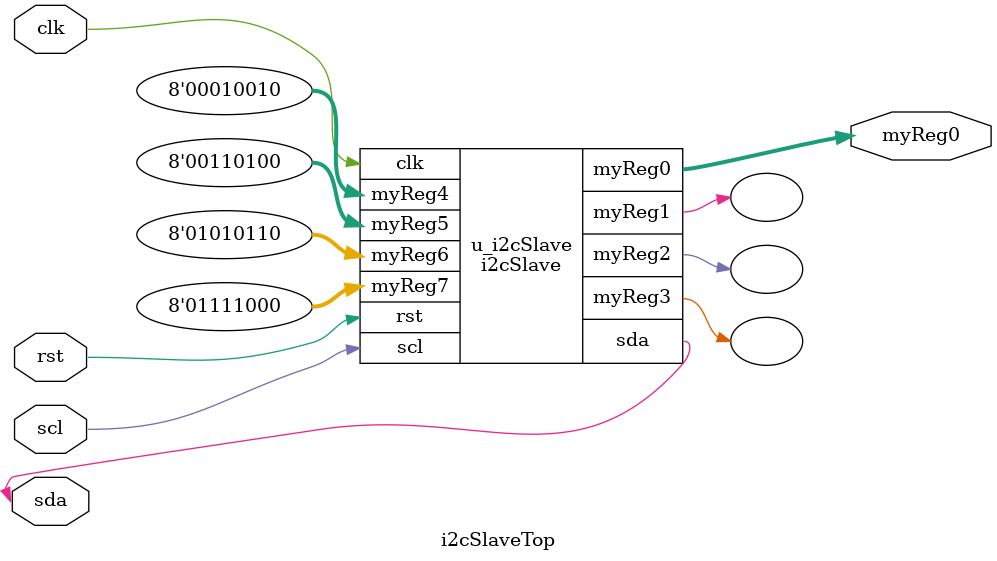
<source format=v>

`define STREAM_IDLE 2'b00
`define STREAM_READ 2'b01
`define STREAM_WRITE_ADDR 2'b10
`define STREAM_WRITE_DATA 2'b11

// start stop detection states
`define NULL_DET 2'b00
`define START_DET 2'b01
`define STOP_DET 2'b10

// i2c ack and nak
`define I2C_NAK 1'b1
`define I2C_ACK 1'b0

// ----------------------------------------------------------------
// ------------- modify constants below this line -----------------
// ----------------------------------------------------------------

// i2c device address
`define I2C_ADDRESS 7'h3c

// System clock frequency in MHz
// If you are using a clock frequency below 24MHz, then the macro
// for SDA_DEL_LEN will result in compile errors for i2cSlave.v
// you will need to hand tweak the SDA_DEL_LEN constant definition
`define CLK_FREQ 48

// Debounce SCL and SDA over this many clock ticks
// The rise time of SCL and SDA can be up to 1000nS (in standard mode)
// so it is essential to debounce the inputs.
// The spec requires 0.05V of hysteresis, but in practise
// simply debouncing the inputs is sufficient
// I2C spec requires suppresion of spikes of 
// maximum duration 50nS, so this debounce time should be greater than 50nS
// Also increases data hold time and decreases data setup time
// during an I2C read operation
// 10 ticks = 208nS @ 48MHz
`define DEB_I2C_LEN (10*`CLK_FREQ)/48

// Delay SCL for use as internal sampling clock
// Using delayed version of SCL to ensure that 
// SDA is stable when it is sampled.
// Not entirely citical, as according to I2C spec
// SDA should have a minimum of 100nS of set up time
// with respect to SCL rising edge. But with the very slow edge 
// speeds used in I2C it is better to err on the side of caution.
// This delay also has the effect of adding extra hold time to the data
// with respect to SCL falling edge. I2C spec requires 0nS of data hold time.
// 10 ticks = 208nS @ 48MHz
`define SCL_DEL_LEN (10*`CLK_FREQ)/48

// Delay SDA for use in start/stop detection
// Use delayed SDA during start/stop detection to avoid
// incorrect detection at SCL falling edge.
// From I2C spec start/stop setup is 600nS with respect to SCL rising edge
// and start/stop hold is 600nS wrt SCL falling edge.
// So it is relatively easy to discriminate start/stop,
// but data setup time is a minimum of 100nS with respect to SCL rising edge
// and 0nS hold wrt to SCL falling edge.
// So the tricky part is providing robust start/stop detection
// in the presence of regular data transitions.
// This delay time should be less than 100nS
// 4 ticks = 83nS @ 48MHz
`define SDA_DEL_LEN (4*`CLK_FREQ)/48


//////////////////////////////////////////////////////////////////////
////                                                              ////
//// registerInterface.v                                          ////
////                                                              ////
//// This file is part of the i2cSlave opencores effort.
//// <http://www.opencores.org/cores//>                           ////
////                                                              ////
//// Module Description:                                          ////
//// You will need to modify this file to implement your 
//// interface.
//// Add your control and status bytes/bits to module inputs and outputs,
//// and also to the I2C read and write process blocks  
////                                                              ////
//// To Do:                                                       ////
//// 
////                                                              ////
//// Author(s):                                                   ////
//// - Steve Fielding, sfielding@base2designs.com                 ////
////                                                              ////
//////////////////////////////////////////////////////////////////////
////                                                              ////
//// Copyright (C) 2008 Steve Fielding and OPENCORES.ORG          ////
////                                                              ////
//// This source file may be used and distributed without         ////
//// restriction provided that this copyright statement is not    ////
//// removed from the file and that any derivative work contains  ////
//// the original copyright notice and the associated disclaimer. ////
////                                                              ////
//// This source file is free software; you can redistribute it   ////
//// and/or modify it under the terms of the GNU Lesser General   ////
//// Public License as published by the Free Software Foundation; ////
//// either version 2.1 of the License, or (at your option) any   ////
//// later version.                                               ////
////                                                              ////
//// This source is distributed in the hope that it will be       ////
//// useful, but WITHOUT ANY WARRANTY; without even the implied   ////
//// warranty of MERCHANTABILITY or FITNESS FOR A PARTICULAR      ////
//// PURPOSE. See the GNU Lesser General Public License for more  ////
//// details.                                                     ////
////                                                              ////
//// You should have received a copy of the GNU Lesser General    ////
//// Public License along with this source; if not, download it   ////
//// from <http://www.opencores.org/lgpl.shtml>                   ////
////                                                              ////
//////////////////////////////////////////////////////////////////////
//

module registerInterface (
  clk,
  addr,
  dataIn,
  writeEn,
  dataOut,
  myReg0,
  myReg1,
  myReg2,
  myReg3,
  myReg4,
  myReg5,
  myReg6,
  myReg7

);
input clk;
input [7:0] addr;
input [7:0] dataIn;
input writeEn;
output [7:0] dataOut;
output [7:0] myReg0;
output [7:0] myReg1;
output [7:0] myReg2;
output [7:0] myReg3;
input [7:0] myReg4;
input [7:0] myReg5;
input [7:0] myReg6;
input [7:0] myReg7;

reg [7:0] dataOut;
reg [7:0] myReg0;
reg [7:0] myReg1;
reg [7:0] myReg2;
reg [7:0] myReg3;

// --- I2C Read
always @(posedge clk) begin
  case (addr)
    8'h00: dataOut <= myReg0;  
    8'h01: dataOut <= myReg1;  
    8'h02: dataOut <= myReg2;  
    8'h03: dataOut <= myReg3;  
    8'h04: dataOut <= myReg4;  
    8'h05: dataOut <= myReg5;  
    8'h06: dataOut <= myReg6;  
    8'h07: dataOut <= myReg7;  
    default: dataOut <= 8'h00;
  endcase
end

// --- I2C Write
always @(posedge clk) begin
  if (writeEn == 1'b1) begin
    case (addr)
      8'h00: myReg0 <= dataIn;  
      8'h01: myReg1 <= dataIn;
      8'h02: myReg2 <= dataIn;
      8'h03: myReg3 <= dataIn;
    endcase
  end
end

endmodule

//////////////////////////////////////////////////////////////////////
////                                                              ////
//// serialInterface.v                                                 ////
////                                                              ////
//// This file is part of the i2cSlave opencores effort.
//// <http://www.opencores.org/cores//>                           ////
////                                                              ////
//// Module Description:                                          ////
//// Perform all serial to parallel, and parallel
//// to serial conversions. Perform device address matching
//// Handle arbitrary length I2C reads terminated by NAK
//// from host, and arbitrary length I2C writes terminated
//// by STOP from host
//// The second byte of a I2C write is always interpreted
//// as a register address, and becomes the base register address
//// for all read and write transactions.
//// I2C WRITE:    devAddr, regAddr, data[regAddr], data[regAddr+1], ..... data[regAddr+N]
//// I2C READ:    data[regAddr], data[regAddr+1], ..... data[regAddr+N]
//// Note that when regAddR reaches 255 it will automatically wrap round to 0
////                                                              ////
//// To Do:                                                       ////
//// 
////                                                              ////
//// Author(s):                                                   ////
//// - Steve Fielding, sfielding@base2designs.com                 ////
////                                                              ////
//////////////////////////////////////////////////////////////////////
////                                                              ////
//// Copyright (C) 2008 Steve Fielding and OPENCORES.ORG          ////
////                                                              ////
//// This source file may be used and distributed without         ////
//// restriction provided that this copyright statement is not    ////
//// removed from the file and that any derivative work contains  ////
//// the original copyright notice and the associated disclaimer. ////
////                                                              ////
//// This source file is free software; you can redistribute it   ////
//// and/or modify it under the terms of the GNU Lesser General   ////
//// Public License as published by the Free Software Foundation; ////
//// either version 2.1 of the License, or (at your option) any   ////
//// later version.                                               ////
////                                                              ////
//// This source is distributed in the hope that it will be       ////
//// useful, but WITHOUT ANY WARRANTY; without even the implied   ////
//// warranty of MERCHANTABILITY or FITNESS FOR A PARTICULAR      ////
//// PURPOSE. See the GNU Lesser General Public License for more  ////
//// details.                                                     ////
////                                                              ////
//// You should have received a copy of the GNU Lesser General    ////
//// Public License along with this source; if not, download it   ////
//// from <http://www.opencores.org/lgpl.shtml>                   ////
////                                                              ////
//////////////////////////////////////////////////////////////////////
//

module serialInterface (clearStartStopDet, clk, dataIn, dataOut, regAddr, rst, scl, sdaIn, sdaOut, startStopDetState, writeEn);
input   clk;
input   [7:0]dataIn;
input   rst;
input   scl;
input   sdaIn;
input   [1:0]startStopDetState;
output  clearStartStopDet;
output  [7:0]dataOut;
output  [7:0]regAddr;
output  sdaOut;
output  writeEn;

reg     clearStartStopDet, next_clearStartStopDet;
wire    clk;
wire    [7:0]dataIn;
reg     [7:0]dataOut, next_dataOut;
reg     [7:0]regAddr, next_regAddr;
wire    rst;
wire    scl;
wire    sdaIn;
reg     sdaOut, next_sdaOut;
wire    [1:0]startStopDetState;
reg     writeEn, next_writeEn;

// diagram signals declarations
reg  [2:0]bitCnt, next_bitCnt;
reg  [7:0]rxData, next_rxData;
reg  [1:0]streamSt, next_streamSt;
reg  [7:0]txData, next_txData;

// BINARY ENCODED state machine: SISt
// State codes definitions:
`define START 4'b0000
`define CHK_RD_WR 4'b0001
`define READ_RD_LOOP 4'b0010
`define READ_WT_HI 4'b0011
`define READ_CHK_LOOP_FIN 4'b0100
`define READ_WT_LO 4'b0101
`define READ_WT_ACK 4'b0110
`define WRITE_WT_LO 4'b0111
`define WRITE_WT_HI 4'b1000
`define WRITE_CHK_LOOP_FIN 4'b1001
`define WRITE_LOOP_WT_LO 4'b1010
`define WRITE_ST_LOOP 4'b1011
`define WRITE_WT_LO2 4'b1100
`define WRITE_WT_HI2 4'b1101
`define WRITE_CLR_WR 4'b1110
`define WRITE_CLR_ST_STOP 4'b1111

reg [3:0]CurrState_SISt, NextState_SISt;

// Diagram actions (continuous assignments allowed only: assign ...)
// diagram ACTION


// Machine: SISt

// NextState logic (combinatorial)
always @ (startStopDetState or streamSt or scl or txData or bitCnt or rxData or sdaIn or regAddr or dataIn or sdaOut or writeEn or dataOut or clearStartStopDet or CurrState_SISt)
begin
  NextState_SISt <= CurrState_SISt;
  // Set default values for outputs and signals
  next_streamSt <= streamSt;
  next_txData <= txData;
  next_rxData <= rxData;
  next_sdaOut <= sdaOut;
  next_writeEn <= writeEn;
  next_dataOut <= dataOut;
  next_bitCnt <= bitCnt;
  next_clearStartStopDet <= clearStartStopDet;
  next_regAddr <= regAddr;
  case (CurrState_SISt)  // synopsys parallel_case full_case
    `START:
    begin
      next_streamSt <= `STREAM_IDLE;
      next_txData <= 8'h00;
      next_rxData <= 8'h00;
      next_sdaOut <= 1'b1;
      next_writeEn <= 1'b0;
      next_dataOut <= 8'h00;
      next_bitCnt <= 3'b000;
      next_clearStartStopDet <= 1'b0;
      NextState_SISt <= `CHK_RD_WR;
    end
    `CHK_RD_WR:
    begin
      if (streamSt == `STREAM_READ)
      begin
        NextState_SISt <= `READ_RD_LOOP;
        next_txData <= dataIn;
        next_regAddr <= regAddr + 1'b1;
        next_bitCnt <= 3'b001;
      end
      else
      begin
        NextState_SISt <= `WRITE_WT_HI;
        next_rxData <= 8'h00;
      end
    end
    `READ_RD_LOOP:
    begin
      if (scl == 1'b0)
      begin
        NextState_SISt <= `READ_WT_HI;
        next_sdaOut <= txData [7];
        next_txData <= {txData [6:0], 1'b0};
      end
    end
    `READ_WT_HI:
    begin
      if (scl == 1'b1)
      begin
        NextState_SISt <= `READ_CHK_LOOP_FIN;
      end
    end
    `READ_CHK_LOOP_FIN:
    begin
      if (bitCnt == 3'b000)
      begin
        NextState_SISt <= `READ_WT_LO;
      end
      else
      begin
        NextState_SISt <= `READ_RD_LOOP;
        next_bitCnt <= bitCnt + 1'b1;
      end
    end
    `READ_WT_LO:
    begin
      if (scl == 1'b0)
      begin
        NextState_SISt <= `READ_WT_ACK;
        next_sdaOut <= 1'b1;
      end
    end
    `READ_WT_ACK:
    begin
      if (scl == 1'b1)
      begin
        NextState_SISt <= `CHK_RD_WR;
        if (sdaIn == `I2C_NAK)
        next_streamSt <= `STREAM_IDLE;
      end
    end
    `WRITE_WT_LO:
    begin
      if ((scl == 1'b0) && (startStopDetState == `STOP_DET || 
        (streamSt == `STREAM_IDLE && startStopDetState == `NULL_DET)))
      begin
        NextState_SISt <= `WRITE_CLR_ST_STOP;
        case (startStopDetState)
        `NULL_DET:
        next_bitCnt <= bitCnt + 1'b1;
        `START_DET: begin
        next_streamSt <= `STREAM_IDLE;
        next_rxData <= 8'h00;
        end
        default: ;
        endcase
        next_streamSt <= `STREAM_IDLE;
        next_clearStartStopDet <= 1'b1;
      end
      else if (scl == 1'b0)
      begin
        NextState_SISt <= `WRITE_ST_LOOP;
        case (startStopDetState)
        `NULL_DET:
        next_bitCnt <= bitCnt + 1'b1;
        `START_DET: begin
        next_streamSt <= `STREAM_IDLE;
        next_rxData <= 8'h00;
        end
        default: ;
        endcase
      end
    end
    `WRITE_WT_HI:
    begin
      if (scl == 1'b1)
      begin
        NextState_SISt <= `WRITE_WT_LO;
        next_rxData <= {rxData [6:0], sdaIn};
        next_bitCnt <= 3'b000;
      end
    end
    `WRITE_CHK_LOOP_FIN:
    begin
      if (bitCnt == 3'b111)
      begin
        NextState_SISt <= `WRITE_CLR_WR;
        next_sdaOut <= `I2C_ACK;
        case (streamSt)
        `STREAM_IDLE: begin
        if (rxData[7:1] == `I2C_ADDRESS &&
        startStopDetState == `START_DET) begin
        if (rxData[0] == 1'b1)
        next_streamSt <= `STREAM_READ;
        else
        next_streamSt <= `STREAM_WRITE_ADDR;
        end
        else
        next_sdaOut <= `I2C_NAK;
        end
        `STREAM_WRITE_ADDR: begin
        next_streamSt <= `STREAM_WRITE_DATA;
        next_regAddr <= rxData;
        end
        `STREAM_WRITE_DATA: begin
        next_dataOut <= rxData;
        next_writeEn <= 1'b1;
        end
        default:
        next_streamSt <= streamSt;
        endcase
      end
      else
      begin
        NextState_SISt <= `WRITE_ST_LOOP;
        next_bitCnt <= bitCnt + 1'b1;
      end
    end
    `WRITE_LOOP_WT_LO:
    begin
      if (scl == 1'b0)
      begin
        NextState_SISt <= `WRITE_CHK_LOOP_FIN;
      end
    end
    `WRITE_ST_LOOP:
    begin
      if (scl == 1'b1)
      begin
        NextState_SISt <= `WRITE_LOOP_WT_LO;
        next_rxData <= {rxData [6:0], sdaIn};
      end
    end
    `WRITE_WT_LO2:
    begin
      if (scl == 1'b0)
      begin
        NextState_SISt <= `CHK_RD_WR;
        next_sdaOut <= 1'b1;
      end
    end
    `WRITE_WT_HI2:
    begin
      next_clearStartStopDet <= 1'b0;
      if (scl == 1'b1)
      begin
        NextState_SISt <= `WRITE_WT_LO2;
      end
    end
    `WRITE_CLR_WR:
    begin
      if (writeEn == 1'b1)
      next_regAddr <= regAddr + 1'b1;
      next_writeEn <= 1'b0;
      next_clearStartStopDet <= 1'b1;
      NextState_SISt <= `WRITE_WT_HI2;
    end
    `WRITE_CLR_ST_STOP:
    begin
      next_clearStartStopDet <= 1'b0;
      NextState_SISt <= `CHK_RD_WR;
    end
  endcase
end

// Current State Logic (sequential)
always @ (posedge clk)
begin
  if (rst == 1'b1)
    CurrState_SISt <= `START;
  else
    CurrState_SISt <= NextState_SISt;
end

// Registered outputs logic
always @ (posedge clk)
begin
  if (rst == 1'b1)
  begin
    sdaOut <= 1'b1;
    writeEn <= 1'b0;
    dataOut <= 8'h00;
    clearStartStopDet <= 1'b0;
    // regAddr <=     // Initialization in the reset state or default value required!!
    streamSt <= `STREAM_IDLE;
    txData <= 8'h00;
    rxData <= 8'h00;
    bitCnt <= 3'b000;
  end
  else 
  begin
    sdaOut <= next_sdaOut;
    writeEn <= next_writeEn;
    dataOut <= next_dataOut;
    clearStartStopDet <= next_clearStartStopDet;
    regAddr <= next_regAddr;
    streamSt <= next_streamSt;
    txData <= next_txData;
    rxData <= next_rxData;
    bitCnt <= next_bitCnt;
  end
end

endmodule

//////////////////////////////////////////////////////////////////////
////                                                              ////
//// i2cSlave.v                                                   ////
////                                                              ////
//// This file is part of the i2cSlave opencores effort.
//// <http://www.opencores.org/cores//>                           ////
////                                                              ////
//// Module Description:                                          ////
//// You will need to modify this file to implement your 
//// interface.
////                                                              ////
//// To Do:                                                       ////
//// 
////                                                              ////
//// Author(s):                                                   ////
//// - Steve Fielding, sfielding@base2designs.com                 ////
////                                                              ////
//////////////////////////////////////////////////////////////////////
////                                                              ////
//// Copyright (C) 2008 Steve Fielding and OPENCORES.ORG          ////
////                                                              ////
//// This source file may be used and distributed without         ////
//// restriction provided that this copyright statement is not    ////
//// removed from the file and that any derivative work contains  ////
//// the original copyright notice and the associated disclaimer. ////
////                                                              ////
//// This source file is free software; you can redistribute it   ////
//// and/or modify it under the terms of the GNU Lesser General   ////
//// Public License as published by the Free Software Foundation; ////
//// either version 2.1 of the License, or (at your option) any   ////
//// later version.                                               ////
////                                                              ////
//// This source is distributed in the hope that it will be       ////
//// useful, but WITHOUT ANY WARRANTY; without even the implied   ////
//// warranty of MERCHANTABILITY or FITNESS FOR A PARTICULAR      ////
//// PURPOSE. See the GNU Lesser General Public License for more  ////
//// details.                                                     ////
////                                                              ////
//// You should have received a copy of the GNU Lesser General    ////
//// Public License along with this source; if not, download it   ////
//// from <http://www.opencores.org/lgpl.shtml>                   ////
////                                                              ////
//////////////////////////////////////////////////////////////////////
//

module i2cSlave (
  clk,
  rst,
  sda,
  scl,
  myReg0,
  myReg1,
  myReg2,
  myReg3,
  myReg4,
  myReg5,
  myReg6,
  myReg7
);

input clk;
input rst;
inout sda;
input scl;
output [7:0] myReg0;
output [7:0] myReg1;
output [7:0] myReg2;
output [7:0] myReg3;
input [7:0] myReg4;
input [7:0] myReg5;
input [7:0] myReg6;
input [7:0] myReg7;


// local wires and regs
reg sdaDeb;
reg sclDeb;
reg [`DEB_I2C_LEN-1:0] sdaPipe;
reg [`DEB_I2C_LEN-1:0] sclPipe;

reg [`SCL_DEL_LEN-1:0] sclDelayed;
reg [`SDA_DEL_LEN-1:0] sdaDelayed;
reg [1:0] startStopDetState;
wire clearStartStopDet;
wire sdaOut;
wire sdaIn;
wire [7:0] regAddr;
wire [7:0] dataToRegIF;
wire writeEn;
wire [7:0] dataFromRegIF;
reg [1:0] rstPipe;
wire rstSyncToClk;
reg startEdgeDet;

assign sda = (sdaOut == 1'b0) ? 1'b0 : 1'bz;
assign sdaIn = sda;

// sync rst rsing edge to clk
always @(posedge clk) begin
  if (rst == 1'b1)
    rstPipe <= 2'b11;
  else
    rstPipe <= {rstPipe[0], 1'b0};
end

assign rstSyncToClk = rstPipe[1];

// debounce sda and scl
always @(posedge clk) begin
  if (rstSyncToClk == 1'b1) begin
    sdaPipe <= {`DEB_I2C_LEN{1'b1}};
    sdaDeb <= 1'b1;
    sclPipe <= {`DEB_I2C_LEN{1'b1}};
    sclDeb <= 1'b1;
  end
  else begin
    sdaPipe <= {sdaPipe[`DEB_I2C_LEN-2:0], sdaIn};
    sclPipe <= {sclPipe[`DEB_I2C_LEN-2:0], scl};
    if (&sclPipe[`DEB_I2C_LEN-1:1] == 1'b1)
      sclDeb <= 1'b1;
    else if (|sclPipe[`DEB_I2C_LEN-1:1] == 1'b0)
      sclDeb <= 1'b0;
    if (&sdaPipe[`DEB_I2C_LEN-1:1] == 1'b1)
      sdaDeb <= 1'b1;
    else if (|sdaPipe[`DEB_I2C_LEN-1:1] == 1'b0)
      sdaDeb <= 1'b0;
  end
end


// delay scl and sda
// sclDelayed is used as a delayed sampling clock
// sdaDelayed is only used for start stop detection
// Because sda hold time from scl falling is 0nS
// sda must be delayed with respect to scl to avoid incorrect
// detection of start/stop at scl falling edge. 
always @(posedge clk) begin
  if (rstSyncToClk == 1'b1) begin
    sclDelayed <= {`SCL_DEL_LEN{1'b1}};
    sdaDelayed <= {`SDA_DEL_LEN{1'b1}};
  end
  else begin
    sclDelayed <= {sclDelayed[`SCL_DEL_LEN-2:0], sclDeb};
    sdaDelayed <= {sdaDelayed[`SDA_DEL_LEN-2:0], sdaDeb};
  end
end

// start stop detection
always @(posedge clk) begin
  if (rstSyncToClk == 1'b1) begin
    startStopDetState <= `NULL_DET;
    startEdgeDet <= 1'b0;
  end
  else begin
    if (sclDeb == 1'b1 && sdaDelayed[`SDA_DEL_LEN-2] == 1'b0 && sdaDelayed[`SDA_DEL_LEN-1] == 1'b1)
      startEdgeDet <= 1'b1;
    else
      startEdgeDet <= 1'b0;
    if (clearStartStopDet == 1'b1)
      startStopDetState <= `NULL_DET;
    else if (sclDeb == 1'b1) begin
      if (sdaDelayed[`SDA_DEL_LEN-2] == 1'b1 && sdaDelayed[`SDA_DEL_LEN-1] == 1'b0) 
        startStopDetState <= `STOP_DET;
      else if (sdaDelayed[`SDA_DEL_LEN-2] == 1'b0 && sdaDelayed[`SDA_DEL_LEN-1] == 1'b1)
        startStopDetState <= `START_DET;
    end
  end
end


registerInterface u_registerInterface(
  .clk(clk),
  .addr(regAddr),
  .dataIn(dataToRegIF),
  .writeEn(writeEn),
  .dataOut(dataFromRegIF),
  .myReg0(myReg0),
  .myReg1(myReg1),
  .myReg2(myReg2),
  .myReg3(myReg3),
  .myReg4(myReg4),
  .myReg5(myReg5),
  .myReg6(myReg6),
  .myReg7(myReg7)
);

serialInterface u_serialInterface (
  .clk(clk), 
  .rst(rstSyncToClk | startEdgeDet), 
  .dataIn(dataFromRegIF), 
  .dataOut(dataToRegIF), 
  .writeEn(writeEn),
  .regAddr(regAddr), 
  .scl(sclDelayed[`SCL_DEL_LEN-1]), 
  .sdaIn(sdaDeb), 
  .sdaOut(sdaOut), 
  .startStopDetState(startStopDetState),
  .clearStartStopDet(clearStartStopDet) 
);

endmodule

//////////////////////////////////////////////////////////////////////
////                                                              ////
//// i2cSlaveTop.v                                                   ////
////                                                              ////
//// This file is part of the i2cSlave opencores effort.
//// <http://www.opencores.org/cores//>                           ////
////                                                              ////
//// Module Description:                                          ////
//// You will need to modify this file to implement your 
//// interface.
////                                                              ////
//// To Do:                                                       ////
//// 
////                                                              ////
//// Author(s):                                                   ////
//// - Steve Fielding, sfielding@base2designs.com                 ////
////                                                              ////
//////////////////////////////////////////////////////////////////////
////                                                              ////
//// Copyright (C) 2008 Steve Fielding and OPENCORES.ORG          ////
////                                                              ////
//// This source file may be used and distributed without         ////
//// restriction provided that this copyright statement is not    ////
//// removed from the file and that any derivative work contains  ////
//// the original copyright notice and the associated disclaimer. ////
////                                                              ////
//// This source file is free software; you can redistribute it   ////
//// and/or modify it under the terms of the GNU Lesser General   ////
//// Public License as published by the Free Software Foundation; ////
//// either version 2.1 of the License, or (at your option) any   ////
//// later version.                                               ////
////                                                              ////
//// This source is distributed in the hope that it will be       ////
//// useful, but WITHOUT ANY WARRANTY; without even the implied   ////
//// warranty of MERCHANTABILITY or FITNESS FOR A PARTICULAR      ////
//// PURPOSE. See the GNU Lesser General Public License for more  ////
//// details.                                                     ////
////                                                              ////
//// You should have received a copy of the GNU Lesser General    ////
//// Public License along with this source; if not, download it   ////
//// from <http://www.opencores.org/lgpl.shtml>                   ////
////                                                              ////
//////////////////////////////////////////////////////////////////////
//


module i2cSlaveTop (
  clk,
  rst,
  sda,
  scl,
  myReg0
);
input clk;
input rst;
inout sda;
input scl;
output [7:0] myReg0;


i2cSlave u_i2cSlave(
  .clk(clk),
  .rst(rst),
  .sda(sda),
  .scl(scl),
  .myReg0(myReg0),
  .myReg1(),
  .myReg2(),
  .myReg3(),
  .myReg4(8'h12),
  .myReg5(8'h34),
  .myReg6(8'h56),
  .myReg7(8'h78)

);
endmodule

</source>
